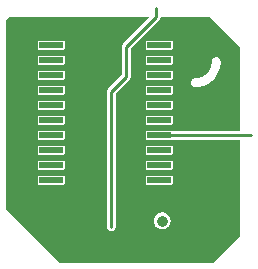
<source format=gbr>
%FSLAX36Y36*%
%MOMM*%
%LPD*%
%ADD11C,0.00100*%
%ADD12C,0.25400*%
%ADD13R,0.50800X0.50800*%
%ADD14C,0.91440*%
G54D11*
G36*
X17907508Y125222000D02*
X18288000Y125222000D01*
X20828000Y122682000D01*
X20828000Y115570000D01*
X17907508Y115570000D01*
X17907508Y119443499D01*
X17931384Y119453406D01*
X18098516Y119540528D01*
X18257520Y119641874D01*
X18407126Y119756427D01*
X18546064Y119883935D01*
X18673572Y120022874D01*
X18788126Y120172480D01*
X18889472Y120331483D01*
X18976594Y120498616D01*
X19048730Y120672859D01*
X19105372Y120852692D01*
X19146266Y121036842D01*
X19170904Y121223531D01*
X19179032Y121412000D01*
X19174714Y121471944D01*
X19160744Y121530618D01*
X19137630Y121585990D01*
X19106388Y121637298D01*
X19067272Y121683272D01*
X19021298Y121722388D01*
X18969990Y121753630D01*
X18914618Y121776744D01*
X18855944Y121790714D01*
X18796000Y121795539D01*
X18736056Y121790714D01*
X18677382Y121776744D01*
X18622010Y121753630D01*
X18570702Y121722388D01*
X18524728Y121683272D01*
X18485612Y121637298D01*
X18454370Y121585990D01*
X18431256Y121530618D01*
X18417286Y121471944D01*
X18413730Y121412000D01*
X18409666Y121290334D01*
X18393664Y121169430D01*
X18367502Y121050304D01*
X18330672Y120934226D01*
X18284190Y120821704D01*
X18227802Y120713500D01*
X18162270Y120610630D01*
X18088102Y120514110D01*
X18005806Y120424194D01*
X17915890Y120341898D01*
X17907508Y120335294D01*
X17907508Y125222000D01*
X17907508Y125222000D02*
G37*
G54D11*
G36*
X17907508Y114807999D02*
X20828000Y114807999D01*
X20828000Y106680000D01*
X18542000Y104394000D01*
X17907508Y104394000D01*
X17907508Y114807999D01*
X17907508Y114807999D02*
G37*
G54D11*
G36*
X13970000Y124937266D02*
X13974825Y124942092D01*
X13986256Y124951744D01*
X14025118Y124997210D01*
X14025118Y124997464D01*
X14056613Y125048518D01*
X14079474Y125103890D01*
X14093444Y125162310D01*
X14098270Y125222000D01*
X17907508Y125222000D01*
X17907508Y120335294D01*
X17819370Y120267730D01*
X17716500Y120202198D01*
X17608296Y120145810D01*
X17495774Y120099328D01*
X17379696Y120062498D01*
X17260570Y120036336D01*
X17139666Y120020333D01*
X17018000Y120014999D01*
X16958310Y120011443D01*
X16899890Y119997474D01*
X16844518Y119974614D01*
X16793464Y119943118D01*
X16747743Y119904256D01*
X16708882Y119858536D01*
X16677386Y119807482D01*
X16654526Y119752110D01*
X16640555Y119693690D01*
X16635730Y119634000D01*
X16640555Y119574310D01*
X16654526Y119515890D01*
X16677386Y119460518D01*
X16708882Y119409464D01*
X16747743Y119363744D01*
X16793464Y119324882D01*
X16844518Y119293385D01*
X16899890Y119270526D01*
X16958310Y119256556D01*
X17018000Y119253000D01*
X17206468Y119259096D01*
X17393158Y119283734D01*
X17577308Y119324628D01*
X17757140Y119381270D01*
X17907508Y119443499D01*
X17907508Y115570000D01*
X13970000Y115570000D01*
X13970000Y116078508D01*
X15005812Y116079270D01*
X15025370Y116083841D01*
X15043912Y116091462D01*
X15060930Y116101876D01*
X15076170Y116114829D01*
X15089124Y116130070D01*
X15099538Y116147088D01*
X15107158Y116165630D01*
X15111730Y116185188D01*
X15113000Y116205000D01*
X15111730Y116732812D01*
X15107158Y116752369D01*
X15099538Y116770911D01*
X15089124Y116787930D01*
X15076170Y116803170D01*
X15060930Y116816123D01*
X15043912Y116826538D01*
X15025370Y116834158D01*
X15005812Y116838730D01*
X14986000Y116839999D01*
X13970000Y116839492D01*
X13970000Y117348508D01*
X15005812Y117349270D01*
X15025370Y117353842D01*
X15043912Y117361461D01*
X15060930Y117371876D01*
X15076170Y117384830D01*
X15089124Y117400070D01*
X15099538Y117417088D01*
X15107158Y117435630D01*
X15111730Y117455188D01*
X15113000Y117475000D01*
X15111730Y118002812D01*
X15107158Y118022370D01*
X15099538Y118040912D01*
X15089124Y118057930D01*
X15076170Y118073170D01*
X15060930Y118086124D01*
X15043912Y118096538D01*
X15025370Y118104158D01*
X15005812Y118108729D01*
X14986000Y118110000D01*
X13970000Y118109492D01*
X13970000Y118618508D01*
X15005812Y118619270D01*
X15025370Y118623842D01*
X15043912Y118631462D01*
X15060930Y118641876D01*
X15076170Y118654830D01*
X15089124Y118670069D01*
X15099538Y118687088D01*
X15107158Y118705630D01*
X15111730Y118725188D01*
X15113000Y118745000D01*
X15111730Y119272812D01*
X15107158Y119292370D01*
X15099538Y119310912D01*
X15089124Y119327929D01*
X15076170Y119343170D01*
X15060930Y119356124D01*
X15043912Y119366538D01*
X15025370Y119374158D01*
X15005812Y119378730D01*
X14986000Y119380000D01*
X13970000Y119379492D01*
X13970000Y119888508D01*
X15005812Y119889269D01*
X15025370Y119893842D01*
X15043912Y119901462D01*
X15060930Y119911875D01*
X15076170Y119924830D01*
X15089124Y119940070D01*
X15099538Y119957088D01*
X15107158Y119975629D01*
X15111730Y119995188D01*
X15113000Y120014999D01*
X15111730Y120542812D01*
X15107158Y120562370D01*
X15099538Y120580912D01*
X15089124Y120597930D01*
X15076170Y120613170D01*
X15060930Y120626124D01*
X15043912Y120636537D01*
X15025370Y120644158D01*
X15005812Y120648730D01*
X14986000Y120650000D01*
X13970000Y120649492D01*
X13970000Y121158507D01*
X15005812Y121159270D01*
X15025370Y121163842D01*
X15043912Y121171462D01*
X15060930Y121181876D01*
X15076170Y121194830D01*
X15089124Y121210070D01*
X15099538Y121227087D01*
X15107158Y121245630D01*
X15111730Y121265187D01*
X15113000Y121285000D01*
X15111730Y121812812D01*
X15107158Y121832370D01*
X15099538Y121850912D01*
X15089124Y121867930D01*
X15076170Y121883169D01*
X15060930Y121896124D01*
X15043912Y121906538D01*
X15025370Y121914157D01*
X15005812Y121918730D01*
X14986000Y121920000D01*
X13970000Y121919491D01*
X13970000Y122428508D01*
X15005812Y122429270D01*
X15025370Y122433841D01*
X15043912Y122441462D01*
X15060930Y122451876D01*
X15076170Y122464829D01*
X15089124Y122480070D01*
X15099538Y122497088D01*
X15107158Y122515630D01*
X15111730Y122535188D01*
X15113000Y122555000D01*
X15111730Y123082812D01*
X15107158Y123102369D01*
X15099538Y123120911D01*
X15089124Y123137930D01*
X15076170Y123153170D01*
X15060930Y123166123D01*
X15043912Y123176538D01*
X15025370Y123184158D01*
X15005812Y123188730D01*
X14986000Y123189999D01*
X13970000Y123189492D01*
X13970000Y124937266D01*
X13970000Y124937266D02*
G37*
G54D11*
G36*
X13970000Y114807999D02*
X17907508Y114807999D01*
X17907508Y104394000D01*
X13970000Y104394000D01*
X13970000Y107285536D01*
X14003528Y107271566D01*
X14112494Y107245404D01*
X14224000Y107236514D01*
X14335505Y107245404D01*
X14444471Y107271566D01*
X14547850Y107314238D01*
X14643354Y107372912D01*
X14728444Y107445555D01*
X14801088Y107530646D01*
X14859762Y107626150D01*
X14902433Y107729528D01*
X14928596Y107838494D01*
X14935200Y107950000D01*
X14928596Y108061506D01*
X14902433Y108170472D01*
X14859762Y108273849D01*
X14801088Y108369354D01*
X14728444Y108454444D01*
X14643354Y108527087D01*
X14547850Y108585762D01*
X14444471Y108628433D01*
X14335505Y108654595D01*
X14224000Y108663486D01*
X14112494Y108654595D01*
X14003528Y108628433D01*
X13970000Y108614464D01*
X13970000Y110998508D01*
X15005812Y110999270D01*
X15025370Y111003842D01*
X15043912Y111011461D01*
X15060930Y111021876D01*
X15076170Y111034830D01*
X15089124Y111050070D01*
X15099538Y111067088D01*
X15107158Y111085630D01*
X15111730Y111105188D01*
X15113000Y111125000D01*
X15111730Y111652812D01*
X15107158Y111672370D01*
X15099538Y111690912D01*
X15089124Y111707930D01*
X15076170Y111723170D01*
X15060930Y111736124D01*
X15043912Y111746538D01*
X15025370Y111754158D01*
X15005812Y111758729D01*
X14986000Y111760000D01*
X13970000Y111759492D01*
X13970000Y112268508D01*
X15005812Y112269270D01*
X15025370Y112273842D01*
X15043912Y112281462D01*
X15060930Y112291876D01*
X15076170Y112304830D01*
X15089124Y112320069D01*
X15099538Y112337088D01*
X15107158Y112355630D01*
X15111730Y112375188D01*
X15113000Y112395000D01*
X15111730Y112922812D01*
X15107158Y112942370D01*
X15099538Y112960912D01*
X15089124Y112977929D01*
X15076170Y112993170D01*
X15060930Y113006124D01*
X15043912Y113016538D01*
X15025370Y113024158D01*
X15005812Y113028730D01*
X14986000Y113030000D01*
X13970000Y113029492D01*
X13970000Y113538508D01*
X15005812Y113539269D01*
X15025370Y113543842D01*
X15043912Y113551462D01*
X15060930Y113561875D01*
X15076170Y113574830D01*
X15089124Y113590070D01*
X15099538Y113607088D01*
X15107158Y113625629D01*
X15111730Y113645188D01*
X15113000Y113664999D01*
X15111730Y114192812D01*
X15107158Y114212370D01*
X15099538Y114230912D01*
X15089124Y114247930D01*
X15076170Y114263170D01*
X15060930Y114276124D01*
X15043912Y114286537D01*
X15025370Y114294158D01*
X15005812Y114298730D01*
X14986000Y114300000D01*
X13970000Y114299492D01*
X13970000Y114807999D01*
X13970000Y114807999D02*
G37*
G54D11*
G36*
X12827000Y115443000D02*
X12828270Y114915187D01*
X12832841Y114895630D01*
X12840462Y114877087D01*
X12850875Y114860070D01*
X12863829Y114844830D01*
X12879070Y114831876D01*
X12896087Y114821462D01*
X12914629Y114813842D01*
X12934188Y114809270D01*
X12954000Y114807999D01*
X13960348Y114808507D01*
X13970000Y114807999D01*
X13970000Y114299492D01*
X12934188Y114298730D01*
X12914629Y114294158D01*
X12896087Y114286537D01*
X12879070Y114276124D01*
X12863829Y114263170D01*
X12850875Y114247930D01*
X12840462Y114230912D01*
X12832841Y114212370D01*
X12828270Y114192812D01*
X12827000Y114173000D01*
X12828270Y113645188D01*
X12832841Y113625629D01*
X12840462Y113607088D01*
X12850875Y113590070D01*
X12863829Y113574830D01*
X12879070Y113561875D01*
X12896087Y113551462D01*
X12914629Y113543842D01*
X12934188Y113539269D01*
X12954000Y113538000D01*
X13970000Y113538508D01*
X13970000Y113029492D01*
X12934188Y113028730D01*
X12914629Y113024158D01*
X12896087Y113016538D01*
X12879070Y113006124D01*
X12863829Y112993170D01*
X12850875Y112977929D01*
X12840462Y112960912D01*
X12832841Y112942370D01*
X12828270Y112922812D01*
X12827000Y112903000D01*
X12828270Y112375188D01*
X12832841Y112355630D01*
X12840462Y112337088D01*
X12850875Y112320069D01*
X12863829Y112304830D01*
X12879070Y112291876D01*
X12896087Y112281462D01*
X12914629Y112273842D01*
X12934188Y112269270D01*
X12954000Y112268000D01*
X13970000Y112268508D01*
X13970000Y111759492D01*
X12934188Y111758729D01*
X12914629Y111754158D01*
X12896087Y111746538D01*
X12879070Y111736124D01*
X12863829Y111723170D01*
X12850875Y111707930D01*
X12840462Y111690912D01*
X12832841Y111672370D01*
X12828270Y111652812D01*
X12827000Y111632999D01*
X12828270Y111105188D01*
X12832841Y111085630D01*
X12840462Y111067088D01*
X12850875Y111050070D01*
X12863829Y111034830D01*
X12879070Y111021876D01*
X12896087Y111011461D01*
X12914629Y111003842D01*
X12934188Y110999270D01*
X12954000Y110998000D01*
X13970000Y110998508D01*
X13970000Y108614464D01*
X13900150Y108585762D01*
X13804646Y108527087D01*
X13719555Y108454444D01*
X13646912Y108369354D01*
X13588237Y108273849D01*
X13545566Y108170472D01*
X13519403Y108061506D01*
X13510514Y107950000D01*
X13519403Y107838494D01*
X13545566Y107729528D01*
X13588237Y107626150D01*
X13646912Y107530646D01*
X13719555Y107445555D01*
X13804646Y107372912D01*
X13900150Y107314238D01*
X13970000Y107285536D01*
X13970000Y104394000D01*
X5588000Y104394000D01*
X4826000Y105155999D01*
X4826000Y110998508D01*
X5861812Y110999270D01*
X5881370Y111003842D01*
X5899912Y111011461D01*
X5916930Y111021876D01*
X5932170Y111034830D01*
X5945124Y111050070D01*
X5955538Y111067088D01*
X5963158Y111085630D01*
X5967730Y111105188D01*
X5969000Y111125000D01*
X5967730Y111652812D01*
X5963158Y111672370D01*
X5955538Y111690912D01*
X5945124Y111707930D01*
X5932170Y111723170D01*
X5916930Y111736124D01*
X5899912Y111746538D01*
X5881370Y111754158D01*
X5861812Y111758729D01*
X5842000Y111760000D01*
X4826000Y111759492D01*
X4826000Y112268508D01*
X5861812Y112269270D01*
X5881370Y112273842D01*
X5899912Y112281462D01*
X5916930Y112291876D01*
X5932170Y112304830D01*
X5945124Y112320069D01*
X5955538Y112337088D01*
X5963158Y112355630D01*
X5967730Y112375188D01*
X5969000Y112395000D01*
X5967730Y112922812D01*
X5963158Y112942370D01*
X5955538Y112960912D01*
X5945124Y112977929D01*
X5932170Y112993170D01*
X5916930Y113006124D01*
X5899912Y113016538D01*
X5881370Y113024158D01*
X5861812Y113028730D01*
X5842000Y113030000D01*
X4826000Y113029492D01*
X4826000Y113538508D01*
X5861812Y113539269D01*
X5881370Y113543842D01*
X5899912Y113551462D01*
X5916930Y113561875D01*
X5932170Y113574830D01*
X5945124Y113590070D01*
X5955538Y113607088D01*
X5963158Y113625629D01*
X5967730Y113645188D01*
X5969000Y113664999D01*
X5967730Y114192812D01*
X5963158Y114212370D01*
X5955538Y114230912D01*
X5945124Y114247930D01*
X5932170Y114263170D01*
X5916930Y114276124D01*
X5899912Y114286537D01*
X5881370Y114294158D01*
X5861812Y114298730D01*
X5842000Y114300000D01*
X4826000Y114299492D01*
X4826000Y114808507D01*
X5861812Y114809270D01*
X5881370Y114813842D01*
X5899912Y114821462D01*
X5916930Y114831876D01*
X5932170Y114844830D01*
X5945124Y114860070D01*
X5955538Y114877087D01*
X5963158Y114895630D01*
X5967730Y114915187D01*
X5969000Y114935000D01*
X5967730Y115462812D01*
X5963158Y115482370D01*
X5955538Y115500912D01*
X5945124Y115517930D01*
X5932170Y115533169D01*
X5916930Y115546124D01*
X5899912Y115556538D01*
X5881370Y115564157D01*
X5861812Y115568730D01*
X5842000Y115570000D01*
X4826000Y115569491D01*
X4826000Y116078508D01*
X5861812Y116079270D01*
X5881370Y116083841D01*
X5899912Y116091462D01*
X5916930Y116101876D01*
X5932170Y116114829D01*
X5945124Y116130070D01*
X5955538Y116147088D01*
X5963158Y116165630D01*
X5967730Y116185188D01*
X5969000Y116205000D01*
X5967730Y116732812D01*
X5963158Y116752369D01*
X5955538Y116770911D01*
X5945124Y116787930D01*
X5932170Y116803170D01*
X5916930Y116816123D01*
X5899912Y116826538D01*
X5881370Y116834158D01*
X5861812Y116838730D01*
X5842000Y116839999D01*
X4826000Y116839492D01*
X4826000Y117348508D01*
X5861812Y117349270D01*
X5881370Y117353842D01*
X5899912Y117361461D01*
X5916930Y117371876D01*
X5932170Y117384830D01*
X5945124Y117400070D01*
X5955538Y117417088D01*
X5963158Y117435630D01*
X5967730Y117455188D01*
X5969000Y117475000D01*
X5967730Y118002812D01*
X5963158Y118022370D01*
X5955538Y118040912D01*
X5945124Y118057930D01*
X5932170Y118073170D01*
X5916930Y118086124D01*
X5899912Y118096538D01*
X5881370Y118104158D01*
X5861812Y118108729D01*
X5842000Y118110000D01*
X4826000Y118109492D01*
X4826000Y118618508D01*
X5861812Y118619270D01*
X5881370Y118623842D01*
X5899912Y118631462D01*
X5916930Y118641876D01*
X5932170Y118654830D01*
X5945124Y118670069D01*
X5955538Y118687088D01*
X5963158Y118705630D01*
X5967730Y118725188D01*
X5969000Y118745000D01*
X5967730Y119272812D01*
X5963158Y119292370D01*
X5955538Y119310912D01*
X5945124Y119327929D01*
X5932170Y119343170D01*
X5916930Y119356124D01*
X5899912Y119366538D01*
X5881370Y119374158D01*
X5861812Y119378730D01*
X5842000Y119380000D01*
X4826000Y119379492D01*
X4826000Y119888508D01*
X5861812Y119889269D01*
X5881370Y119893842D01*
X5899912Y119901462D01*
X5916930Y119911875D01*
X5932170Y119924830D01*
X5945124Y119940070D01*
X5955538Y119957088D01*
X5963158Y119975629D01*
X5967730Y119995188D01*
X5969000Y120014999D01*
X5967730Y120542812D01*
X5963158Y120562370D01*
X5955538Y120580912D01*
X5945124Y120597930D01*
X5932170Y120613170D01*
X5916930Y120626124D01*
X5899912Y120636537D01*
X5881370Y120644158D01*
X5861812Y120648730D01*
X5842000Y120650000D01*
X4826000Y120649492D01*
X4826000Y121158507D01*
X5861812Y121159270D01*
X5881370Y121163842D01*
X5899912Y121171462D01*
X5916930Y121181876D01*
X5932170Y121194830D01*
X5945124Y121210070D01*
X5955538Y121227087D01*
X5963158Y121245630D01*
X5967730Y121265187D01*
X5969000Y121285000D01*
X5967730Y121812812D01*
X5963158Y121832370D01*
X5955538Y121850912D01*
X5945124Y121867930D01*
X5932170Y121883169D01*
X5916930Y121896124D01*
X5899912Y121906538D01*
X5881370Y121914157D01*
X5861812Y121918730D01*
X5842000Y121920000D01*
X4826000Y121919491D01*
X4826000Y122428508D01*
X5861812Y122429270D01*
X5881370Y122433841D01*
X5899912Y122441462D01*
X5916930Y122451876D01*
X5932170Y122464829D01*
X5945124Y122480070D01*
X5955538Y122497088D01*
X5963158Y122515630D01*
X5967730Y122535188D01*
X5969000Y122555000D01*
X5967730Y123082812D01*
X5963158Y123102369D01*
X5955538Y123120911D01*
X5945124Y123137930D01*
X5932170Y123153170D01*
X5916930Y123166123D01*
X5899912Y123176538D01*
X5881370Y123184158D01*
X5861812Y123188730D01*
X5842000Y123189999D01*
X4826000Y123189492D01*
X4826000Y125222000D01*
X13177266Y125222000D01*
X10917174Y122961908D01*
X10905744Y122952255D01*
X10866882Y122906536D01*
X10835386Y122855482D01*
X10812526Y122800110D01*
X10798556Y122741690D01*
X10798556Y122741690D01*
X10793730Y122682000D01*
X10795000Y122667014D01*
X10795000Y120299734D01*
X9647174Y119151908D01*
X9635744Y119142256D01*
X9596882Y119096536D01*
X9565386Y119045481D01*
X9542526Y118990110D01*
X9528556Y118931689D01*
X9528556Y118931689D01*
X9523730Y118872000D01*
X9525000Y118857014D01*
X9525000Y107442000D01*
X9528556Y107382309D01*
X9542526Y107323890D01*
X9565386Y107268517D01*
X9596882Y107217464D01*
X9635744Y107171744D01*
X9681464Y107132882D01*
X9732518Y107101386D01*
X9787890Y107078526D01*
X9846310Y107064556D01*
X9906000Y107059730D01*
X9965690Y107064556D01*
X10024110Y107078526D01*
X10079482Y107101386D01*
X10130536Y107132882D01*
X10176256Y107171744D01*
X10215118Y107217464D01*
X10246614Y107268517D01*
X10269474Y107323890D01*
X10283444Y107382309D01*
X10287000Y107442000D01*
X10287000Y118714266D01*
X11434826Y119862092D01*
X11446256Y119871744D01*
X11485118Y119917464D01*
X11485118Y119917464D01*
X11516614Y119968517D01*
X11539474Y120023890D01*
X11553444Y120082309D01*
X11558270Y120142000D01*
X11557000Y120156986D01*
X11557000Y122524266D01*
X13970000Y124937266D01*
X13970000Y123189492D01*
X13082270Y123188984D01*
X12934188Y123188730D01*
X12914629Y123184158D01*
X12896087Y123176538D01*
X12879070Y123166123D01*
X12863829Y123153170D01*
X12850875Y123137930D01*
X12840462Y123120911D01*
X12832841Y123102369D01*
X12828270Y123082812D01*
X12827000Y123063000D01*
X12828270Y122535188D01*
X12832841Y122515630D01*
X12840462Y122497088D01*
X12850875Y122480070D01*
X12863829Y122464829D01*
X12879070Y122451876D01*
X12896087Y122441462D01*
X12914629Y122433841D01*
X12934188Y122429270D01*
X12954000Y122428000D01*
X13970000Y122428508D01*
X13970000Y121919491D01*
X12934188Y121918730D01*
X12914629Y121914157D01*
X12896087Y121906538D01*
X12879070Y121896124D01*
X12863829Y121883169D01*
X12850875Y121867930D01*
X12840462Y121850912D01*
X12832841Y121832370D01*
X12828270Y121812812D01*
X12827000Y121793000D01*
X12828270Y121265187D01*
X12832841Y121245630D01*
X12840462Y121227087D01*
X12850875Y121210070D01*
X12863829Y121194830D01*
X12879070Y121181876D01*
X12896087Y121171462D01*
X12914629Y121163842D01*
X12934188Y121159270D01*
X12954000Y121157999D01*
X13970000Y121158507D01*
X13970000Y120649492D01*
X12934188Y120648730D01*
X12914629Y120644158D01*
X12896087Y120636537D01*
X12879070Y120626124D01*
X12863829Y120613170D01*
X12850875Y120597930D01*
X12840462Y120580912D01*
X12832841Y120562370D01*
X12828270Y120542812D01*
X12827000Y120523000D01*
X12828270Y119995188D01*
X12832841Y119975629D01*
X12840462Y119957088D01*
X12850875Y119940070D01*
X12863829Y119924830D01*
X12879070Y119911875D01*
X12896087Y119901462D01*
X12914629Y119893842D01*
X12934188Y119889269D01*
X12954000Y119888000D01*
X13970000Y119888508D01*
X13970000Y119379492D01*
X12934188Y119378730D01*
X12914629Y119374158D01*
X12896087Y119366538D01*
X12879070Y119356124D01*
X12863829Y119343170D01*
X12850875Y119327929D01*
X12840462Y119310912D01*
X12832841Y119292370D01*
X12828270Y119272812D01*
X12827000Y119253000D01*
X12828270Y118725188D01*
X12832841Y118705630D01*
X12840462Y118687088D01*
X12850875Y118670069D01*
X12863829Y118654830D01*
X12879070Y118641876D01*
X12896087Y118631462D01*
X12914629Y118623842D01*
X12934188Y118619270D01*
X12954000Y118618000D01*
X13970000Y118618508D01*
X13970000Y118109492D01*
X12934188Y118108729D01*
X12914629Y118104158D01*
X12896087Y118096538D01*
X12879070Y118086124D01*
X12863829Y118073170D01*
X12850875Y118057930D01*
X12840462Y118040912D01*
X12832841Y118022370D01*
X12828270Y118002812D01*
X12827000Y117982999D01*
X12828270Y117455188D01*
X12832841Y117435630D01*
X12840462Y117417088D01*
X12850875Y117400070D01*
X12863829Y117384830D01*
X12879070Y117371876D01*
X12896087Y117361461D01*
X12914629Y117353842D01*
X12934188Y117349270D01*
X12954000Y117348000D01*
X13970000Y117348508D01*
X13970000Y116839492D01*
X12934188Y116838730D01*
X12914629Y116834158D01*
X12896087Y116826538D01*
X12879070Y116816123D01*
X12863829Y116803170D01*
X12850875Y116787930D01*
X12840462Y116770911D01*
X12832841Y116752369D01*
X12828270Y116732812D01*
X12827000Y116713000D01*
X12828270Y116185188D01*
X12832841Y116165630D01*
X12840462Y116147088D01*
X12850875Y116130070D01*
X12863829Y116114829D01*
X12879070Y116101876D01*
X12896087Y116091462D01*
X12914629Y116083841D01*
X12934188Y116079270D01*
X12954000Y116078000D01*
X13970000Y116078508D01*
X13970000Y115570000D01*
X13960094Y115569491D01*
X13587730Y115569238D01*
X12934188Y115568730D01*
X12914629Y115564157D01*
X12896087Y115556538D01*
X12879070Y115546124D01*
X12863829Y115533169D01*
X12850875Y115517930D01*
X12840462Y115500912D01*
X12832841Y115482370D01*
X12828270Y115462812D01*
X12827000Y115443000D01*
X12827000Y115443000D02*
G37*
G54D11*
G36*
X4826000Y105155999D02*
X1016000Y108966000D01*
X1016000Y124968000D01*
X1270000Y125222000D01*
X4826000Y125222000D01*
X4826000Y123189492D01*
X3790188Y123188730D01*
X3770630Y123184158D01*
X3752087Y123176538D01*
X3735069Y123166123D01*
X3719830Y123153170D01*
X3706875Y123137930D01*
X3696462Y123120911D01*
X3688842Y123102369D01*
X3684270Y123082812D01*
X3682999Y123063000D01*
X3684270Y122535188D01*
X3688842Y122515630D01*
X3696462Y122497088D01*
X3706875Y122480070D01*
X3719830Y122464829D01*
X3735069Y122451876D01*
X3752087Y122441462D01*
X3770630Y122433841D01*
X3790188Y122429270D01*
X3810000Y122428000D01*
X4826000Y122428508D01*
X4826000Y121919491D01*
X3790188Y121918730D01*
X3770630Y121914157D01*
X3752087Y121906538D01*
X3735069Y121896124D01*
X3719830Y121883169D01*
X3706875Y121867930D01*
X3696462Y121850912D01*
X3688842Y121832370D01*
X3684270Y121812812D01*
X3682999Y121793000D01*
X3684270Y121265187D01*
X3688842Y121245630D01*
X3696462Y121227087D01*
X3706875Y121210070D01*
X3719830Y121194830D01*
X3735069Y121181876D01*
X3752087Y121171462D01*
X3770630Y121163842D01*
X3790188Y121159270D01*
X3810000Y121157999D01*
X4826000Y121158507D01*
X4826000Y120649492D01*
X3790188Y120648730D01*
X3770630Y120644158D01*
X3752087Y120636537D01*
X3735069Y120626124D01*
X3719830Y120613170D01*
X3706875Y120597930D01*
X3696462Y120580912D01*
X3688842Y120562370D01*
X3684270Y120542812D01*
X3682999Y120523000D01*
X3684270Y119995188D01*
X3688842Y119975629D01*
X3696462Y119957088D01*
X3706875Y119940070D01*
X3719830Y119924830D01*
X3735069Y119911875D01*
X3752087Y119901462D01*
X3770630Y119893842D01*
X3790188Y119889269D01*
X3810000Y119888000D01*
X4826000Y119888508D01*
X4826000Y119379492D01*
X3790188Y119378730D01*
X3770630Y119374158D01*
X3752087Y119366538D01*
X3735069Y119356124D01*
X3719830Y119343170D01*
X3706875Y119327929D01*
X3696462Y119310912D01*
X3688842Y119292370D01*
X3684270Y119272812D01*
X3682999Y119253000D01*
X3684270Y118725188D01*
X3688842Y118705630D01*
X3696462Y118687088D01*
X3706875Y118670069D01*
X3719830Y118654830D01*
X3735069Y118641876D01*
X3752087Y118631462D01*
X3770630Y118623842D01*
X3790188Y118619270D01*
X3810000Y118618000D01*
X4826000Y118618508D01*
X4826000Y118109492D01*
X3790188Y118108729D01*
X3770630Y118104158D01*
X3752087Y118096538D01*
X3735069Y118086124D01*
X3719830Y118073170D01*
X3706875Y118057930D01*
X3696462Y118040912D01*
X3688842Y118022370D01*
X3684270Y118002812D01*
X3682999Y117982999D01*
X3684270Y117455188D01*
X3688842Y117435630D01*
X3696462Y117417088D01*
X3706875Y117400070D01*
X3719830Y117384830D01*
X3735069Y117371876D01*
X3752087Y117361461D01*
X3770630Y117353842D01*
X3790188Y117349270D01*
X3810000Y117348000D01*
X4826000Y117348508D01*
X4826000Y116839492D01*
X3790188Y116838730D01*
X3770630Y116834158D01*
X3752087Y116826538D01*
X3735069Y116816123D01*
X3719830Y116803170D01*
X3706875Y116787930D01*
X3696462Y116770911D01*
X3688842Y116752369D01*
X3684270Y116732812D01*
X3682999Y116713000D01*
X3684270Y116185188D01*
X3688842Y116165630D01*
X3696462Y116147088D01*
X3706875Y116130070D01*
X3719830Y116114829D01*
X3735069Y116101876D01*
X3752087Y116091462D01*
X3770630Y116083841D01*
X3790188Y116079270D01*
X3810000Y116078000D01*
X4826000Y116078508D01*
X4826000Y115569491D01*
X3790188Y115568730D01*
X3770630Y115564157D01*
X3752087Y115556538D01*
X3735069Y115546124D01*
X3719830Y115533169D01*
X3706875Y115517930D01*
X3696462Y115500912D01*
X3688842Y115482370D01*
X3684270Y115462812D01*
X3682999Y115443000D01*
X3684270Y114915187D01*
X3688842Y114895630D01*
X3696462Y114877087D01*
X3706875Y114860070D01*
X3719830Y114844830D01*
X3735069Y114831876D01*
X3752087Y114821462D01*
X3770630Y114813842D01*
X3790188Y114809270D01*
X3810000Y114807999D01*
X4826000Y114808507D01*
X4826000Y114299492D01*
X3790188Y114298730D01*
X3770630Y114294158D01*
X3752087Y114286537D01*
X3735069Y114276124D01*
X3719830Y114263170D01*
X3706875Y114247930D01*
X3696462Y114230912D01*
X3688842Y114212370D01*
X3684270Y114192812D01*
X3682999Y114173000D01*
X3684270Y113645188D01*
X3688842Y113625629D01*
X3696462Y113607088D01*
X3706875Y113590070D01*
X3719830Y113574830D01*
X3735069Y113561875D01*
X3752087Y113551462D01*
X3770630Y113543842D01*
X3790188Y113539269D01*
X3810000Y113538000D01*
X4826000Y113538508D01*
X4826000Y113029492D01*
X3790188Y113028730D01*
X3770630Y113024158D01*
X3752087Y113016538D01*
X3735069Y113006124D01*
X3719830Y112993170D01*
X3706875Y112977929D01*
X3696462Y112960912D01*
X3688842Y112942370D01*
X3684270Y112922812D01*
X3682999Y112903000D01*
X3684270Y112375188D01*
X3688842Y112355630D01*
X3696462Y112337088D01*
X3706875Y112320069D01*
X3719830Y112304830D01*
X3735069Y112291876D01*
X3752087Y112281462D01*
X3770630Y112273842D01*
X3790188Y112269270D01*
X3810000Y112268000D01*
X4826000Y112268508D01*
X4826000Y111759492D01*
X3790188Y111758729D01*
X3770630Y111754158D01*
X3752087Y111746538D01*
X3735069Y111736124D01*
X3719830Y111723170D01*
X3706875Y111707930D01*
X3696462Y111690912D01*
X3688842Y111672370D01*
X3684270Y111652812D01*
X3682999Y111632999D01*
X3684270Y111105188D01*
X3688842Y111085630D01*
X3696462Y111067088D01*
X3706875Y111050070D01*
X3719830Y111034830D01*
X3735069Y111021876D01*
X3752087Y111011461D01*
X3770630Y111003842D01*
X3790188Y110999270D01*
X3810000Y110998000D01*
X4826000Y110998508D01*
X4826000Y105155999D01*
X4826000Y105155999D02*
G37*
G54D12*
X9906000Y118872000D02*
X11176000Y120142000D01*
G54D12*
X11176000Y120142000D02*
X11176000Y122682000D01*
G54D12*
X11176000Y122682000D02*
X13716000Y125222000D01*
G54D12*
X13716000Y125222000D02*
X13716000Y125984000D01*
G54D12*
X9906000Y107442000D02*
X9906000Y118872000D01*
G54D12*
X13970000Y115189000D02*
X21717000Y115189000D01*
G54D13*
X4064000Y122809000D02*
X5588000Y122809000D01*
G54D13*
X13208000Y122809000D02*
X14731999Y122809000D01*
G54D13*
X4064000Y121539000D02*
X5588000Y121539000D01*
G54D13*
X13208000Y121539000D02*
X14731999Y121539000D01*
G54D13*
X4064000Y120269000D02*
X5588000Y120269000D01*
G54D13*
X13208000Y120269000D02*
X14731999Y120269000D01*
G54D13*
X4064000Y118998999D02*
X5588000Y118998999D01*
G54D13*
X4064000Y117729000D02*
X5588000Y117729000D01*
G54D13*
X4064000Y116459000D02*
X5588000Y116459000D01*
G54D13*
X4064000Y115189000D02*
X5588000Y115189000D01*
G54D13*
X13208000Y115189000D02*
X14731999Y115189000D01*
G54D13*
X13208000Y116459000D02*
X14731999Y116459000D01*
G54D13*
X13208000Y117729000D02*
X14731999Y117729000D01*
G54D13*
X13208000Y118998999D02*
X14731999Y118998999D01*
G54D13*
X4064000Y113919000D02*
X5588000Y113919000D01*
G54D13*
X4064000Y112648999D02*
X5588000Y112648999D01*
G54D13*
X4064000Y111379000D02*
X5588000Y111379000D01*
G54D13*
X13208000Y111379000D02*
X14731999Y111379000D01*
G54D13*
X13208000Y112648999D02*
X14731999Y112648999D01*
G54D13*
X13208000Y113919000D02*
X14731999Y113919000D01*
G54D14*
X14224000Y107950000D02*
X14224000Y107950000D01*
M02*

</source>
